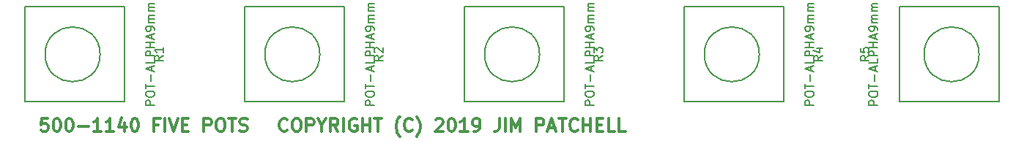
<source format=gbr>
G04 #@! TF.GenerationSoftware,KiCad,Pcbnew,(5.0.2)-1*
G04 #@! TF.CreationDate,2019-01-01T19:20:52-08:00*
G04 #@! TF.ProjectId,500-1140,3530302d-3131-4343-902e-6b696361645f,rev?*
G04 #@! TF.SameCoordinates,Original*
G04 #@! TF.FileFunction,Legend,Top*
G04 #@! TF.FilePolarity,Positive*
%FSLAX46Y46*%
G04 Gerber Fmt 4.6, Leading zero omitted, Abs format (unit mm)*
G04 Created by KiCad (PCBNEW (5.0.2)-1) date 1/1/2019 7:20:52 PM*
%MOMM*%
%LPD*%
G01*
G04 APERTURE LIST*
%ADD10C,0.300000*%
%ADD11C,0.150000*%
G04 APERTURE END LIST*
D10*
X90855000Y-74830714D02*
X90783571Y-74902142D01*
X90569285Y-74973571D01*
X90426428Y-74973571D01*
X90212142Y-74902142D01*
X90069285Y-74759285D01*
X89997857Y-74616428D01*
X89926428Y-74330714D01*
X89926428Y-74116428D01*
X89997857Y-73830714D01*
X90069285Y-73687857D01*
X90212142Y-73545000D01*
X90426428Y-73473571D01*
X90569285Y-73473571D01*
X90783571Y-73545000D01*
X90855000Y-73616428D01*
X91783571Y-73473571D02*
X92069285Y-73473571D01*
X92212142Y-73545000D01*
X92355000Y-73687857D01*
X92426428Y-73973571D01*
X92426428Y-74473571D01*
X92355000Y-74759285D01*
X92212142Y-74902142D01*
X92069285Y-74973571D01*
X91783571Y-74973571D01*
X91640714Y-74902142D01*
X91497857Y-74759285D01*
X91426428Y-74473571D01*
X91426428Y-73973571D01*
X91497857Y-73687857D01*
X91640714Y-73545000D01*
X91783571Y-73473571D01*
X93069285Y-74973571D02*
X93069285Y-73473571D01*
X93640714Y-73473571D01*
X93783571Y-73545000D01*
X93855000Y-73616428D01*
X93926428Y-73759285D01*
X93926428Y-73973571D01*
X93855000Y-74116428D01*
X93783571Y-74187857D01*
X93640714Y-74259285D01*
X93069285Y-74259285D01*
X94855000Y-74259285D02*
X94855000Y-74973571D01*
X94355000Y-73473571D02*
X94855000Y-74259285D01*
X95355000Y-73473571D01*
X96712142Y-74973571D02*
X96212142Y-74259285D01*
X95855000Y-74973571D02*
X95855000Y-73473571D01*
X96426428Y-73473571D01*
X96569285Y-73545000D01*
X96640714Y-73616428D01*
X96712142Y-73759285D01*
X96712142Y-73973571D01*
X96640714Y-74116428D01*
X96569285Y-74187857D01*
X96426428Y-74259285D01*
X95855000Y-74259285D01*
X97355000Y-74973571D02*
X97355000Y-73473571D01*
X98855000Y-73545000D02*
X98712142Y-73473571D01*
X98497857Y-73473571D01*
X98283571Y-73545000D01*
X98140714Y-73687857D01*
X98069285Y-73830714D01*
X97997857Y-74116428D01*
X97997857Y-74330714D01*
X98069285Y-74616428D01*
X98140714Y-74759285D01*
X98283571Y-74902142D01*
X98497857Y-74973571D01*
X98640714Y-74973571D01*
X98855000Y-74902142D01*
X98926428Y-74830714D01*
X98926428Y-74330714D01*
X98640714Y-74330714D01*
X99569285Y-74973571D02*
X99569285Y-73473571D01*
X99569285Y-74187857D02*
X100426428Y-74187857D01*
X100426428Y-74973571D02*
X100426428Y-73473571D01*
X100926428Y-73473571D02*
X101783571Y-73473571D01*
X101355000Y-74973571D02*
X101355000Y-73473571D01*
X103855000Y-75545000D02*
X103783571Y-75473571D01*
X103640714Y-75259285D01*
X103569285Y-75116428D01*
X103497857Y-74902142D01*
X103426428Y-74545000D01*
X103426428Y-74259285D01*
X103497857Y-73902142D01*
X103569285Y-73687857D01*
X103640714Y-73545000D01*
X103783571Y-73330714D01*
X103855000Y-73259285D01*
X105283571Y-74830714D02*
X105212142Y-74902142D01*
X104997857Y-74973571D01*
X104855000Y-74973571D01*
X104640714Y-74902142D01*
X104497857Y-74759285D01*
X104426428Y-74616428D01*
X104355000Y-74330714D01*
X104355000Y-74116428D01*
X104426428Y-73830714D01*
X104497857Y-73687857D01*
X104640714Y-73545000D01*
X104855000Y-73473571D01*
X104997857Y-73473571D01*
X105212142Y-73545000D01*
X105283571Y-73616428D01*
X105783571Y-75545000D02*
X105855000Y-75473571D01*
X105997857Y-75259285D01*
X106069285Y-75116428D01*
X106140714Y-74902142D01*
X106212142Y-74545000D01*
X106212142Y-74259285D01*
X106140714Y-73902142D01*
X106069285Y-73687857D01*
X105997857Y-73545000D01*
X105855000Y-73330714D01*
X105783571Y-73259285D01*
X107997857Y-73616428D02*
X108069285Y-73545000D01*
X108212142Y-73473571D01*
X108569285Y-73473571D01*
X108712142Y-73545000D01*
X108783571Y-73616428D01*
X108855000Y-73759285D01*
X108855000Y-73902142D01*
X108783571Y-74116428D01*
X107926428Y-74973571D01*
X108855000Y-74973571D01*
X109783571Y-73473571D02*
X109926428Y-73473571D01*
X110069285Y-73545000D01*
X110140714Y-73616428D01*
X110212142Y-73759285D01*
X110283571Y-74045000D01*
X110283571Y-74402142D01*
X110212142Y-74687857D01*
X110140714Y-74830714D01*
X110069285Y-74902142D01*
X109926428Y-74973571D01*
X109783571Y-74973571D01*
X109640714Y-74902142D01*
X109569285Y-74830714D01*
X109497857Y-74687857D01*
X109426428Y-74402142D01*
X109426428Y-74045000D01*
X109497857Y-73759285D01*
X109569285Y-73616428D01*
X109640714Y-73545000D01*
X109783571Y-73473571D01*
X111712142Y-74973571D02*
X110855000Y-74973571D01*
X111283571Y-74973571D02*
X111283571Y-73473571D01*
X111140714Y-73687857D01*
X110997857Y-73830714D01*
X110855000Y-73902142D01*
X112426428Y-74973571D02*
X112712142Y-74973571D01*
X112855000Y-74902142D01*
X112926428Y-74830714D01*
X113069285Y-74616428D01*
X113140714Y-74330714D01*
X113140714Y-73759285D01*
X113069285Y-73616428D01*
X112997857Y-73545000D01*
X112855000Y-73473571D01*
X112569285Y-73473571D01*
X112426428Y-73545000D01*
X112355000Y-73616428D01*
X112283571Y-73759285D01*
X112283571Y-74116428D01*
X112355000Y-74259285D01*
X112426428Y-74330714D01*
X112569285Y-74402142D01*
X112855000Y-74402142D01*
X112997857Y-74330714D01*
X113069285Y-74259285D01*
X113140714Y-74116428D01*
X115355000Y-73473571D02*
X115355000Y-74545000D01*
X115283571Y-74759285D01*
X115140714Y-74902142D01*
X114926428Y-74973571D01*
X114783571Y-74973571D01*
X116069285Y-74973571D02*
X116069285Y-73473571D01*
X116783571Y-74973571D02*
X116783571Y-73473571D01*
X117283571Y-74545000D01*
X117783571Y-73473571D01*
X117783571Y-74973571D01*
X119640714Y-74973571D02*
X119640714Y-73473571D01*
X120212142Y-73473571D01*
X120354999Y-73545000D01*
X120426428Y-73616428D01*
X120497857Y-73759285D01*
X120497857Y-73973571D01*
X120426428Y-74116428D01*
X120354999Y-74187857D01*
X120212142Y-74259285D01*
X119640714Y-74259285D01*
X121069285Y-74545000D02*
X121783571Y-74545000D01*
X120926428Y-74973571D02*
X121426428Y-73473571D01*
X121926428Y-74973571D01*
X122212142Y-73473571D02*
X123069285Y-73473571D01*
X122640714Y-74973571D02*
X122640714Y-73473571D01*
X124426428Y-74830714D02*
X124355000Y-74902142D01*
X124140714Y-74973571D01*
X123997857Y-74973571D01*
X123783571Y-74902142D01*
X123640714Y-74759285D01*
X123569285Y-74616428D01*
X123497857Y-74330714D01*
X123497857Y-74116428D01*
X123569285Y-73830714D01*
X123640714Y-73687857D01*
X123783571Y-73545000D01*
X123997857Y-73473571D01*
X124140714Y-73473571D01*
X124355000Y-73545000D01*
X124426428Y-73616428D01*
X125069285Y-74973571D02*
X125069285Y-73473571D01*
X125069285Y-74187857D02*
X125926428Y-74187857D01*
X125926428Y-74973571D02*
X125926428Y-73473571D01*
X126640714Y-74187857D02*
X127140714Y-74187857D01*
X127355000Y-74973571D02*
X126640714Y-74973571D01*
X126640714Y-73473571D01*
X127355000Y-73473571D01*
X128712142Y-74973571D02*
X127997857Y-74973571D01*
X127997857Y-73473571D01*
X129926428Y-74973571D02*
X129212142Y-74973571D01*
X129212142Y-73473571D01*
X63152142Y-73473571D02*
X62437857Y-73473571D01*
X62366428Y-74187857D01*
X62437857Y-74116428D01*
X62580714Y-74045000D01*
X62937857Y-74045000D01*
X63080714Y-74116428D01*
X63152142Y-74187857D01*
X63223571Y-74330714D01*
X63223571Y-74687857D01*
X63152142Y-74830714D01*
X63080714Y-74902142D01*
X62937857Y-74973571D01*
X62580714Y-74973571D01*
X62437857Y-74902142D01*
X62366428Y-74830714D01*
X64152142Y-73473571D02*
X64295000Y-73473571D01*
X64437857Y-73545000D01*
X64509285Y-73616428D01*
X64580714Y-73759285D01*
X64652142Y-74045000D01*
X64652142Y-74402142D01*
X64580714Y-74687857D01*
X64509285Y-74830714D01*
X64437857Y-74902142D01*
X64295000Y-74973571D01*
X64152142Y-74973571D01*
X64009285Y-74902142D01*
X63937857Y-74830714D01*
X63866428Y-74687857D01*
X63795000Y-74402142D01*
X63795000Y-74045000D01*
X63866428Y-73759285D01*
X63937857Y-73616428D01*
X64009285Y-73545000D01*
X64152142Y-73473571D01*
X65580714Y-73473571D02*
X65723571Y-73473571D01*
X65866428Y-73545000D01*
X65937857Y-73616428D01*
X66009285Y-73759285D01*
X66080714Y-74045000D01*
X66080714Y-74402142D01*
X66009285Y-74687857D01*
X65937857Y-74830714D01*
X65866428Y-74902142D01*
X65723571Y-74973571D01*
X65580714Y-74973571D01*
X65437857Y-74902142D01*
X65366428Y-74830714D01*
X65295000Y-74687857D01*
X65223571Y-74402142D01*
X65223571Y-74045000D01*
X65295000Y-73759285D01*
X65366428Y-73616428D01*
X65437857Y-73545000D01*
X65580714Y-73473571D01*
X66723571Y-74402142D02*
X67866428Y-74402142D01*
X69366428Y-74973571D02*
X68509285Y-74973571D01*
X68937857Y-74973571D02*
X68937857Y-73473571D01*
X68795000Y-73687857D01*
X68652142Y-73830714D01*
X68509285Y-73902142D01*
X70795000Y-74973571D02*
X69937857Y-74973571D01*
X70366428Y-74973571D02*
X70366428Y-73473571D01*
X70223571Y-73687857D01*
X70080714Y-73830714D01*
X69937857Y-73902142D01*
X72080714Y-73973571D02*
X72080714Y-74973571D01*
X71723571Y-73402142D02*
X71366428Y-74473571D01*
X72295000Y-74473571D01*
X73152142Y-73473571D02*
X73295000Y-73473571D01*
X73437857Y-73545000D01*
X73509285Y-73616428D01*
X73580714Y-73759285D01*
X73652142Y-74045000D01*
X73652142Y-74402142D01*
X73580714Y-74687857D01*
X73509285Y-74830714D01*
X73437857Y-74902142D01*
X73295000Y-74973571D01*
X73152142Y-74973571D01*
X73009285Y-74902142D01*
X72937857Y-74830714D01*
X72866428Y-74687857D01*
X72795000Y-74402142D01*
X72795000Y-74045000D01*
X72866428Y-73759285D01*
X72937857Y-73616428D01*
X73009285Y-73545000D01*
X73152142Y-73473571D01*
X75937857Y-74187857D02*
X75437857Y-74187857D01*
X75437857Y-74973571D02*
X75437857Y-73473571D01*
X76152142Y-73473571D01*
X76723571Y-74973571D02*
X76723571Y-73473571D01*
X77223571Y-73473571D02*
X77723571Y-74973571D01*
X78223571Y-73473571D01*
X78723571Y-74187857D02*
X79223571Y-74187857D01*
X79437857Y-74973571D02*
X78723571Y-74973571D01*
X78723571Y-73473571D01*
X79437857Y-73473571D01*
X81223571Y-74973571D02*
X81223571Y-73473571D01*
X81795000Y-73473571D01*
X81937857Y-73545000D01*
X82009285Y-73616428D01*
X82080714Y-73759285D01*
X82080714Y-73973571D01*
X82009285Y-74116428D01*
X81937857Y-74187857D01*
X81795000Y-74259285D01*
X81223571Y-74259285D01*
X83009285Y-73473571D02*
X83295000Y-73473571D01*
X83437857Y-73545000D01*
X83580714Y-73687857D01*
X83652142Y-73973571D01*
X83652142Y-74473571D01*
X83580714Y-74759285D01*
X83437857Y-74902142D01*
X83295000Y-74973571D01*
X83009285Y-74973571D01*
X82866428Y-74902142D01*
X82723571Y-74759285D01*
X82652142Y-74473571D01*
X82652142Y-73973571D01*
X82723571Y-73687857D01*
X82866428Y-73545000D01*
X83009285Y-73473571D01*
X84080714Y-73473571D02*
X84937857Y-73473571D01*
X84509285Y-74973571D02*
X84509285Y-73473571D01*
X85366428Y-74902142D02*
X85580714Y-74973571D01*
X85937857Y-74973571D01*
X86080714Y-74902142D01*
X86152142Y-74830714D01*
X86223571Y-74687857D01*
X86223571Y-74545000D01*
X86152142Y-74402142D01*
X86080714Y-74330714D01*
X85937857Y-74259285D01*
X85652142Y-74187857D01*
X85509285Y-74116428D01*
X85437857Y-74045000D01*
X85366428Y-73902142D01*
X85366428Y-73759285D01*
X85437857Y-73616428D01*
X85509285Y-73545000D01*
X85652142Y-73473571D01*
X86009285Y-73473571D01*
X86223571Y-73545000D01*
D11*
G04 #@! TO.C,R1*
X66040000Y-60540000D02*
X60540000Y-60540000D01*
X60540000Y-60540000D02*
X60540000Y-71540000D01*
X60540000Y-71540000D02*
X72040000Y-71540000D01*
X72040000Y-71540000D02*
X72040000Y-60540000D01*
X72040000Y-60540000D02*
X66540000Y-60540000D01*
X66040000Y-60540000D02*
X66540000Y-60540000D01*
X69215000Y-66040000D02*
G75*
G03X69215000Y-66040000I-3175000J0D01*
G01*
G04 #@! TO.C,R2*
X94615000Y-66040000D02*
G75*
G03X94615000Y-66040000I-3175000J0D01*
G01*
X91440000Y-60540000D02*
X91940000Y-60540000D01*
X97440000Y-60540000D02*
X91940000Y-60540000D01*
X97440000Y-71540000D02*
X97440000Y-60540000D01*
X85940000Y-71540000D02*
X97440000Y-71540000D01*
X85940000Y-60540000D02*
X85940000Y-71540000D01*
X91440000Y-60540000D02*
X85940000Y-60540000D01*
G04 #@! TO.C,R3*
X116840000Y-60540000D02*
X111340000Y-60540000D01*
X111340000Y-60540000D02*
X111340000Y-71540000D01*
X111340000Y-71540000D02*
X122840000Y-71540000D01*
X122840000Y-71540000D02*
X122840000Y-60540000D01*
X122840000Y-60540000D02*
X117340000Y-60540000D01*
X116840000Y-60540000D02*
X117340000Y-60540000D01*
X120015000Y-66040000D02*
G75*
G03X120015000Y-66040000I-3175000J0D01*
G01*
G04 #@! TO.C,R4*
X145415000Y-66040000D02*
G75*
G03X145415000Y-66040000I-3175000J0D01*
G01*
X142240000Y-60540000D02*
X142740000Y-60540000D01*
X148240000Y-60540000D02*
X142740000Y-60540000D01*
X148240000Y-71540000D02*
X148240000Y-60540000D01*
X136740000Y-71540000D02*
X148240000Y-71540000D01*
X136740000Y-60540000D02*
X136740000Y-71540000D01*
X142240000Y-60540000D02*
X136740000Y-60540000D01*
G04 #@! TO.C,R5*
X167640000Y-71540000D02*
X173140000Y-71540000D01*
X173140000Y-71540000D02*
X173140000Y-60540000D01*
X173140000Y-60540000D02*
X161640000Y-60540000D01*
X161640000Y-60540000D02*
X161640000Y-71540000D01*
X161640000Y-71540000D02*
X167140000Y-71540000D01*
X167640000Y-71540000D02*
X167140000Y-71540000D01*
X170815000Y-66040000D02*
G75*
G03X170815000Y-66040000I-3175000J0D01*
G01*
G04 #@! TO.C,R1*
X76492380Y-66206666D02*
X76016190Y-66540000D01*
X76492380Y-66778095D02*
X75492380Y-66778095D01*
X75492380Y-66397142D01*
X75540000Y-66301904D01*
X75587619Y-66254285D01*
X75682857Y-66206666D01*
X75825714Y-66206666D01*
X75920952Y-66254285D01*
X75968571Y-66301904D01*
X76016190Y-66397142D01*
X76016190Y-66778095D01*
X76492380Y-65254285D02*
X76492380Y-65825714D01*
X76492380Y-65540000D02*
X75492380Y-65540000D01*
X75635238Y-65635238D01*
X75730476Y-65730476D01*
X75778095Y-65825714D01*
X75492380Y-71920952D02*
X74492380Y-71920952D01*
X74492380Y-71540000D01*
X74540000Y-71444761D01*
X74587619Y-71397142D01*
X74682857Y-71349523D01*
X74825714Y-71349523D01*
X74920952Y-71397142D01*
X74968571Y-71444761D01*
X75016190Y-71540000D01*
X75016190Y-71920952D01*
X74492380Y-70730476D02*
X74492380Y-70540000D01*
X74540000Y-70444761D01*
X74635238Y-70349523D01*
X74825714Y-70301904D01*
X75159047Y-70301904D01*
X75349523Y-70349523D01*
X75444761Y-70444761D01*
X75492380Y-70540000D01*
X75492380Y-70730476D01*
X75444761Y-70825714D01*
X75349523Y-70920952D01*
X75159047Y-70968571D01*
X74825714Y-70968571D01*
X74635238Y-70920952D01*
X74540000Y-70825714D01*
X74492380Y-70730476D01*
X74492380Y-70016190D02*
X74492380Y-69444761D01*
X75492380Y-69730476D02*
X74492380Y-69730476D01*
X75111428Y-69111428D02*
X75111428Y-68349523D01*
X75206666Y-67920952D02*
X75206666Y-67444761D01*
X75492380Y-68016190D02*
X74492380Y-67682857D01*
X75492380Y-67349523D01*
X75492380Y-66540000D02*
X75492380Y-67016190D01*
X74492380Y-67016190D01*
X75492380Y-66206666D02*
X74492380Y-66206666D01*
X74492380Y-65825714D01*
X74540000Y-65730476D01*
X74587619Y-65682857D01*
X74682857Y-65635238D01*
X74825714Y-65635238D01*
X74920952Y-65682857D01*
X74968571Y-65730476D01*
X75016190Y-65825714D01*
X75016190Y-66206666D01*
X75492380Y-65206666D02*
X74492380Y-65206666D01*
X74968571Y-65206666D02*
X74968571Y-64635238D01*
X75492380Y-64635238D02*
X74492380Y-64635238D01*
X75206666Y-64206666D02*
X75206666Y-63730476D01*
X75492380Y-64301904D02*
X74492380Y-63968571D01*
X75492380Y-63635238D01*
X75492380Y-63254285D02*
X75492380Y-63063809D01*
X75444761Y-62968571D01*
X75397142Y-62920952D01*
X75254285Y-62825714D01*
X75063809Y-62778095D01*
X74682857Y-62778095D01*
X74587619Y-62825714D01*
X74540000Y-62873333D01*
X74492380Y-62968571D01*
X74492380Y-63159047D01*
X74540000Y-63254285D01*
X74587619Y-63301904D01*
X74682857Y-63349523D01*
X74920952Y-63349523D01*
X75016190Y-63301904D01*
X75063809Y-63254285D01*
X75111428Y-63159047D01*
X75111428Y-62968571D01*
X75063809Y-62873333D01*
X75016190Y-62825714D01*
X74920952Y-62778095D01*
X75492380Y-62349523D02*
X74825714Y-62349523D01*
X74920952Y-62349523D02*
X74873333Y-62301904D01*
X74825714Y-62206666D01*
X74825714Y-62063809D01*
X74873333Y-61968571D01*
X74968571Y-61920952D01*
X75492380Y-61920952D01*
X74968571Y-61920952D02*
X74873333Y-61873333D01*
X74825714Y-61778095D01*
X74825714Y-61635238D01*
X74873333Y-61540000D01*
X74968571Y-61492380D01*
X75492380Y-61492380D01*
X75492380Y-61016190D02*
X74825714Y-61016190D01*
X74920952Y-61016190D02*
X74873333Y-60968571D01*
X74825714Y-60873333D01*
X74825714Y-60730476D01*
X74873333Y-60635238D01*
X74968571Y-60587619D01*
X75492380Y-60587619D01*
X74968571Y-60587619D02*
X74873333Y-60540000D01*
X74825714Y-60444761D01*
X74825714Y-60301904D01*
X74873333Y-60206666D01*
X74968571Y-60159047D01*
X75492380Y-60159047D01*
G04 #@! TO.C,R2*
X101892380Y-66206666D02*
X101416190Y-66540000D01*
X101892380Y-66778095D02*
X100892380Y-66778095D01*
X100892380Y-66397142D01*
X100940000Y-66301904D01*
X100987619Y-66254285D01*
X101082857Y-66206666D01*
X101225714Y-66206666D01*
X101320952Y-66254285D01*
X101368571Y-66301904D01*
X101416190Y-66397142D01*
X101416190Y-66778095D01*
X100987619Y-65825714D02*
X100940000Y-65778095D01*
X100892380Y-65682857D01*
X100892380Y-65444761D01*
X100940000Y-65349523D01*
X100987619Y-65301904D01*
X101082857Y-65254285D01*
X101178095Y-65254285D01*
X101320952Y-65301904D01*
X101892380Y-65873333D01*
X101892380Y-65254285D01*
X100892380Y-71920952D02*
X99892380Y-71920952D01*
X99892380Y-71540000D01*
X99940000Y-71444761D01*
X99987619Y-71397142D01*
X100082857Y-71349523D01*
X100225714Y-71349523D01*
X100320952Y-71397142D01*
X100368571Y-71444761D01*
X100416190Y-71540000D01*
X100416190Y-71920952D01*
X99892380Y-70730476D02*
X99892380Y-70540000D01*
X99940000Y-70444761D01*
X100035238Y-70349523D01*
X100225714Y-70301904D01*
X100559047Y-70301904D01*
X100749523Y-70349523D01*
X100844761Y-70444761D01*
X100892380Y-70540000D01*
X100892380Y-70730476D01*
X100844761Y-70825714D01*
X100749523Y-70920952D01*
X100559047Y-70968571D01*
X100225714Y-70968571D01*
X100035238Y-70920952D01*
X99940000Y-70825714D01*
X99892380Y-70730476D01*
X99892380Y-70016190D02*
X99892380Y-69444761D01*
X100892380Y-69730476D02*
X99892380Y-69730476D01*
X100511428Y-69111428D02*
X100511428Y-68349523D01*
X100606666Y-67920952D02*
X100606666Y-67444761D01*
X100892380Y-68016190D02*
X99892380Y-67682857D01*
X100892380Y-67349523D01*
X100892380Y-66540000D02*
X100892380Y-67016190D01*
X99892380Y-67016190D01*
X100892380Y-66206666D02*
X99892380Y-66206666D01*
X99892380Y-65825714D01*
X99940000Y-65730476D01*
X99987619Y-65682857D01*
X100082857Y-65635238D01*
X100225714Y-65635238D01*
X100320952Y-65682857D01*
X100368571Y-65730476D01*
X100416190Y-65825714D01*
X100416190Y-66206666D01*
X100892380Y-65206666D02*
X99892380Y-65206666D01*
X100368571Y-65206666D02*
X100368571Y-64635238D01*
X100892380Y-64635238D02*
X99892380Y-64635238D01*
X100606666Y-64206666D02*
X100606666Y-63730476D01*
X100892380Y-64301904D02*
X99892380Y-63968571D01*
X100892380Y-63635238D01*
X100892380Y-63254285D02*
X100892380Y-63063809D01*
X100844761Y-62968571D01*
X100797142Y-62920952D01*
X100654285Y-62825714D01*
X100463809Y-62778095D01*
X100082857Y-62778095D01*
X99987619Y-62825714D01*
X99940000Y-62873333D01*
X99892380Y-62968571D01*
X99892380Y-63159047D01*
X99940000Y-63254285D01*
X99987619Y-63301904D01*
X100082857Y-63349523D01*
X100320952Y-63349523D01*
X100416190Y-63301904D01*
X100463809Y-63254285D01*
X100511428Y-63159047D01*
X100511428Y-62968571D01*
X100463809Y-62873333D01*
X100416190Y-62825714D01*
X100320952Y-62778095D01*
X100892380Y-62349523D02*
X100225714Y-62349523D01*
X100320952Y-62349523D02*
X100273333Y-62301904D01*
X100225714Y-62206666D01*
X100225714Y-62063809D01*
X100273333Y-61968571D01*
X100368571Y-61920952D01*
X100892380Y-61920952D01*
X100368571Y-61920952D02*
X100273333Y-61873333D01*
X100225714Y-61778095D01*
X100225714Y-61635238D01*
X100273333Y-61540000D01*
X100368571Y-61492380D01*
X100892380Y-61492380D01*
X100892380Y-61016190D02*
X100225714Y-61016190D01*
X100320952Y-61016190D02*
X100273333Y-60968571D01*
X100225714Y-60873333D01*
X100225714Y-60730476D01*
X100273333Y-60635238D01*
X100368571Y-60587619D01*
X100892380Y-60587619D01*
X100368571Y-60587619D02*
X100273333Y-60540000D01*
X100225714Y-60444761D01*
X100225714Y-60301904D01*
X100273333Y-60206666D01*
X100368571Y-60159047D01*
X100892380Y-60159047D01*
G04 #@! TO.C,R3*
X127292380Y-66206666D02*
X126816190Y-66540000D01*
X127292380Y-66778095D02*
X126292380Y-66778095D01*
X126292380Y-66397142D01*
X126340000Y-66301904D01*
X126387619Y-66254285D01*
X126482857Y-66206666D01*
X126625714Y-66206666D01*
X126720952Y-66254285D01*
X126768571Y-66301904D01*
X126816190Y-66397142D01*
X126816190Y-66778095D01*
X126292380Y-65873333D02*
X126292380Y-65254285D01*
X126673333Y-65587619D01*
X126673333Y-65444761D01*
X126720952Y-65349523D01*
X126768571Y-65301904D01*
X126863809Y-65254285D01*
X127101904Y-65254285D01*
X127197142Y-65301904D01*
X127244761Y-65349523D01*
X127292380Y-65444761D01*
X127292380Y-65730476D01*
X127244761Y-65825714D01*
X127197142Y-65873333D01*
X126292380Y-71920952D02*
X125292380Y-71920952D01*
X125292380Y-71540000D01*
X125340000Y-71444761D01*
X125387619Y-71397142D01*
X125482857Y-71349523D01*
X125625714Y-71349523D01*
X125720952Y-71397142D01*
X125768571Y-71444761D01*
X125816190Y-71540000D01*
X125816190Y-71920952D01*
X125292380Y-70730476D02*
X125292380Y-70540000D01*
X125340000Y-70444761D01*
X125435238Y-70349523D01*
X125625714Y-70301904D01*
X125959047Y-70301904D01*
X126149523Y-70349523D01*
X126244761Y-70444761D01*
X126292380Y-70540000D01*
X126292380Y-70730476D01*
X126244761Y-70825714D01*
X126149523Y-70920952D01*
X125959047Y-70968571D01*
X125625714Y-70968571D01*
X125435238Y-70920952D01*
X125340000Y-70825714D01*
X125292380Y-70730476D01*
X125292380Y-70016190D02*
X125292380Y-69444761D01*
X126292380Y-69730476D02*
X125292380Y-69730476D01*
X125911428Y-69111428D02*
X125911428Y-68349523D01*
X126006666Y-67920952D02*
X126006666Y-67444761D01*
X126292380Y-68016190D02*
X125292380Y-67682857D01*
X126292380Y-67349523D01*
X126292380Y-66540000D02*
X126292380Y-67016190D01*
X125292380Y-67016190D01*
X126292380Y-66206666D02*
X125292380Y-66206666D01*
X125292380Y-65825714D01*
X125340000Y-65730476D01*
X125387619Y-65682857D01*
X125482857Y-65635238D01*
X125625714Y-65635238D01*
X125720952Y-65682857D01*
X125768571Y-65730476D01*
X125816190Y-65825714D01*
X125816190Y-66206666D01*
X126292380Y-65206666D02*
X125292380Y-65206666D01*
X125768571Y-65206666D02*
X125768571Y-64635238D01*
X126292380Y-64635238D02*
X125292380Y-64635238D01*
X126006666Y-64206666D02*
X126006666Y-63730476D01*
X126292380Y-64301904D02*
X125292380Y-63968571D01*
X126292380Y-63635238D01*
X126292380Y-63254285D02*
X126292380Y-63063809D01*
X126244761Y-62968571D01*
X126197142Y-62920952D01*
X126054285Y-62825714D01*
X125863809Y-62778095D01*
X125482857Y-62778095D01*
X125387619Y-62825714D01*
X125340000Y-62873333D01*
X125292380Y-62968571D01*
X125292380Y-63159047D01*
X125340000Y-63254285D01*
X125387619Y-63301904D01*
X125482857Y-63349523D01*
X125720952Y-63349523D01*
X125816190Y-63301904D01*
X125863809Y-63254285D01*
X125911428Y-63159047D01*
X125911428Y-62968571D01*
X125863809Y-62873333D01*
X125816190Y-62825714D01*
X125720952Y-62778095D01*
X126292380Y-62349523D02*
X125625714Y-62349523D01*
X125720952Y-62349523D02*
X125673333Y-62301904D01*
X125625714Y-62206666D01*
X125625714Y-62063809D01*
X125673333Y-61968571D01*
X125768571Y-61920952D01*
X126292380Y-61920952D01*
X125768571Y-61920952D02*
X125673333Y-61873333D01*
X125625714Y-61778095D01*
X125625714Y-61635238D01*
X125673333Y-61540000D01*
X125768571Y-61492380D01*
X126292380Y-61492380D01*
X126292380Y-61016190D02*
X125625714Y-61016190D01*
X125720952Y-61016190D02*
X125673333Y-60968571D01*
X125625714Y-60873333D01*
X125625714Y-60730476D01*
X125673333Y-60635238D01*
X125768571Y-60587619D01*
X126292380Y-60587619D01*
X125768571Y-60587619D02*
X125673333Y-60540000D01*
X125625714Y-60444761D01*
X125625714Y-60301904D01*
X125673333Y-60206666D01*
X125768571Y-60159047D01*
X126292380Y-60159047D01*
G04 #@! TO.C,R4*
X152692380Y-66206666D02*
X152216190Y-66540000D01*
X152692380Y-66778095D02*
X151692380Y-66778095D01*
X151692380Y-66397142D01*
X151740000Y-66301904D01*
X151787619Y-66254285D01*
X151882857Y-66206666D01*
X152025714Y-66206666D01*
X152120952Y-66254285D01*
X152168571Y-66301904D01*
X152216190Y-66397142D01*
X152216190Y-66778095D01*
X152025714Y-65349523D02*
X152692380Y-65349523D01*
X151644761Y-65587619D02*
X152359047Y-65825714D01*
X152359047Y-65206666D01*
X151692380Y-71920952D02*
X150692380Y-71920952D01*
X150692380Y-71540000D01*
X150740000Y-71444761D01*
X150787619Y-71397142D01*
X150882857Y-71349523D01*
X151025714Y-71349523D01*
X151120952Y-71397142D01*
X151168571Y-71444761D01*
X151216190Y-71540000D01*
X151216190Y-71920952D01*
X150692380Y-70730476D02*
X150692380Y-70540000D01*
X150740000Y-70444761D01*
X150835238Y-70349523D01*
X151025714Y-70301904D01*
X151359047Y-70301904D01*
X151549523Y-70349523D01*
X151644761Y-70444761D01*
X151692380Y-70540000D01*
X151692380Y-70730476D01*
X151644761Y-70825714D01*
X151549523Y-70920952D01*
X151359047Y-70968571D01*
X151025714Y-70968571D01*
X150835238Y-70920952D01*
X150740000Y-70825714D01*
X150692380Y-70730476D01*
X150692380Y-70016190D02*
X150692380Y-69444761D01*
X151692380Y-69730476D02*
X150692380Y-69730476D01*
X151311428Y-69111428D02*
X151311428Y-68349523D01*
X151406666Y-67920952D02*
X151406666Y-67444761D01*
X151692380Y-68016190D02*
X150692380Y-67682857D01*
X151692380Y-67349523D01*
X151692380Y-66540000D02*
X151692380Y-67016190D01*
X150692380Y-67016190D01*
X151692380Y-66206666D02*
X150692380Y-66206666D01*
X150692380Y-65825714D01*
X150740000Y-65730476D01*
X150787619Y-65682857D01*
X150882857Y-65635238D01*
X151025714Y-65635238D01*
X151120952Y-65682857D01*
X151168571Y-65730476D01*
X151216190Y-65825714D01*
X151216190Y-66206666D01*
X151692380Y-65206666D02*
X150692380Y-65206666D01*
X151168571Y-65206666D02*
X151168571Y-64635238D01*
X151692380Y-64635238D02*
X150692380Y-64635238D01*
X151406666Y-64206666D02*
X151406666Y-63730476D01*
X151692380Y-64301904D02*
X150692380Y-63968571D01*
X151692380Y-63635238D01*
X151692380Y-63254285D02*
X151692380Y-63063809D01*
X151644761Y-62968571D01*
X151597142Y-62920952D01*
X151454285Y-62825714D01*
X151263809Y-62778095D01*
X150882857Y-62778095D01*
X150787619Y-62825714D01*
X150740000Y-62873333D01*
X150692380Y-62968571D01*
X150692380Y-63159047D01*
X150740000Y-63254285D01*
X150787619Y-63301904D01*
X150882857Y-63349523D01*
X151120952Y-63349523D01*
X151216190Y-63301904D01*
X151263809Y-63254285D01*
X151311428Y-63159047D01*
X151311428Y-62968571D01*
X151263809Y-62873333D01*
X151216190Y-62825714D01*
X151120952Y-62778095D01*
X151692380Y-62349523D02*
X151025714Y-62349523D01*
X151120952Y-62349523D02*
X151073333Y-62301904D01*
X151025714Y-62206666D01*
X151025714Y-62063809D01*
X151073333Y-61968571D01*
X151168571Y-61920952D01*
X151692380Y-61920952D01*
X151168571Y-61920952D02*
X151073333Y-61873333D01*
X151025714Y-61778095D01*
X151025714Y-61635238D01*
X151073333Y-61540000D01*
X151168571Y-61492380D01*
X151692380Y-61492380D01*
X151692380Y-61016190D02*
X151025714Y-61016190D01*
X151120952Y-61016190D02*
X151073333Y-60968571D01*
X151025714Y-60873333D01*
X151025714Y-60730476D01*
X151073333Y-60635238D01*
X151168571Y-60587619D01*
X151692380Y-60587619D01*
X151168571Y-60587619D02*
X151073333Y-60540000D01*
X151025714Y-60444761D01*
X151025714Y-60301904D01*
X151073333Y-60206666D01*
X151168571Y-60159047D01*
X151692380Y-60159047D01*
G04 #@! TO.C,R5*
X158092380Y-66206666D02*
X157616190Y-66540000D01*
X158092380Y-66778095D02*
X157092380Y-66778095D01*
X157092380Y-66397142D01*
X157140000Y-66301904D01*
X157187619Y-66254285D01*
X157282857Y-66206666D01*
X157425714Y-66206666D01*
X157520952Y-66254285D01*
X157568571Y-66301904D01*
X157616190Y-66397142D01*
X157616190Y-66778095D01*
X157092380Y-65301904D02*
X157092380Y-65778095D01*
X157568571Y-65825714D01*
X157520952Y-65778095D01*
X157473333Y-65682857D01*
X157473333Y-65444761D01*
X157520952Y-65349523D01*
X157568571Y-65301904D01*
X157663809Y-65254285D01*
X157901904Y-65254285D01*
X157997142Y-65301904D01*
X158044761Y-65349523D01*
X158092380Y-65444761D01*
X158092380Y-65682857D01*
X158044761Y-65778095D01*
X157997142Y-65825714D01*
X159092380Y-71920952D02*
X158092380Y-71920952D01*
X158092380Y-71540000D01*
X158140000Y-71444761D01*
X158187619Y-71397142D01*
X158282857Y-71349523D01*
X158425714Y-71349523D01*
X158520952Y-71397142D01*
X158568571Y-71444761D01*
X158616190Y-71540000D01*
X158616190Y-71920952D01*
X158092380Y-70730476D02*
X158092380Y-70540000D01*
X158140000Y-70444761D01*
X158235238Y-70349523D01*
X158425714Y-70301904D01*
X158759047Y-70301904D01*
X158949523Y-70349523D01*
X159044761Y-70444761D01*
X159092380Y-70540000D01*
X159092380Y-70730476D01*
X159044761Y-70825714D01*
X158949523Y-70920952D01*
X158759047Y-70968571D01*
X158425714Y-70968571D01*
X158235238Y-70920952D01*
X158140000Y-70825714D01*
X158092380Y-70730476D01*
X158092380Y-70016190D02*
X158092380Y-69444761D01*
X159092380Y-69730476D02*
X158092380Y-69730476D01*
X158711428Y-69111428D02*
X158711428Y-68349523D01*
X158806666Y-67920952D02*
X158806666Y-67444761D01*
X159092380Y-68016190D02*
X158092380Y-67682857D01*
X159092380Y-67349523D01*
X159092380Y-66540000D02*
X159092380Y-67016190D01*
X158092380Y-67016190D01*
X159092380Y-66206666D02*
X158092380Y-66206666D01*
X158092380Y-65825714D01*
X158140000Y-65730476D01*
X158187619Y-65682857D01*
X158282857Y-65635238D01*
X158425714Y-65635238D01*
X158520952Y-65682857D01*
X158568571Y-65730476D01*
X158616190Y-65825714D01*
X158616190Y-66206666D01*
X159092380Y-65206666D02*
X158092380Y-65206666D01*
X158568571Y-65206666D02*
X158568571Y-64635238D01*
X159092380Y-64635238D02*
X158092380Y-64635238D01*
X158806666Y-64206666D02*
X158806666Y-63730476D01*
X159092380Y-64301904D02*
X158092380Y-63968571D01*
X159092380Y-63635238D01*
X159092380Y-63254285D02*
X159092380Y-63063809D01*
X159044761Y-62968571D01*
X158997142Y-62920952D01*
X158854285Y-62825714D01*
X158663809Y-62778095D01*
X158282857Y-62778095D01*
X158187619Y-62825714D01*
X158140000Y-62873333D01*
X158092380Y-62968571D01*
X158092380Y-63159047D01*
X158140000Y-63254285D01*
X158187619Y-63301904D01*
X158282857Y-63349523D01*
X158520952Y-63349523D01*
X158616190Y-63301904D01*
X158663809Y-63254285D01*
X158711428Y-63159047D01*
X158711428Y-62968571D01*
X158663809Y-62873333D01*
X158616190Y-62825714D01*
X158520952Y-62778095D01*
X159092380Y-62349523D02*
X158425714Y-62349523D01*
X158520952Y-62349523D02*
X158473333Y-62301904D01*
X158425714Y-62206666D01*
X158425714Y-62063809D01*
X158473333Y-61968571D01*
X158568571Y-61920952D01*
X159092380Y-61920952D01*
X158568571Y-61920952D02*
X158473333Y-61873333D01*
X158425714Y-61778095D01*
X158425714Y-61635238D01*
X158473333Y-61540000D01*
X158568571Y-61492380D01*
X159092380Y-61492380D01*
X159092380Y-61016190D02*
X158425714Y-61016190D01*
X158520952Y-61016190D02*
X158473333Y-60968571D01*
X158425714Y-60873333D01*
X158425714Y-60730476D01*
X158473333Y-60635238D01*
X158568571Y-60587619D01*
X159092380Y-60587619D01*
X158568571Y-60587619D02*
X158473333Y-60540000D01*
X158425714Y-60444761D01*
X158425714Y-60301904D01*
X158473333Y-60206666D01*
X158568571Y-60159047D01*
X159092380Y-60159047D01*
G04 #@! TD*
M02*

</source>
